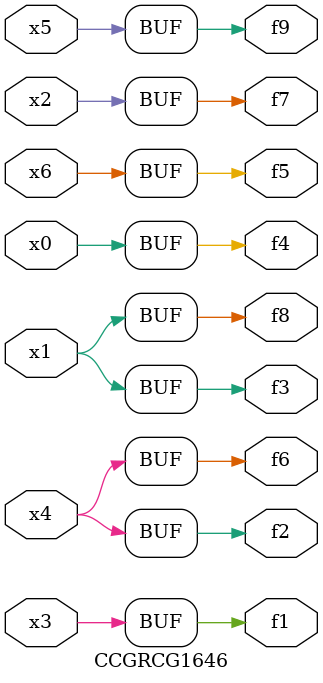
<source format=v>
module CCGRCG1646(
	input x0, x1, x2, x3, x4, x5, x6,
	output f1, f2, f3, f4, f5, f6, f7, f8, f9
);
	assign f1 = x3;
	assign f2 = x4;
	assign f3 = x1;
	assign f4 = x0;
	assign f5 = x6;
	assign f6 = x4;
	assign f7 = x2;
	assign f8 = x1;
	assign f9 = x5;
endmodule

</source>
